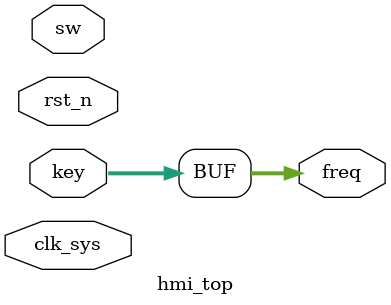
<source format=v>

module hmi_top(
sw,
key,
freq,
//clk rst
clk_sys,
rst_n
);
input sw;
input [7:0]		key;
output [7:0]	freq;
//clk rst
input clk_sys;
input rst_n;
//-----------------------------------
//-----------------------------------

wire [7:0] freq = key;

endmodule



</source>
